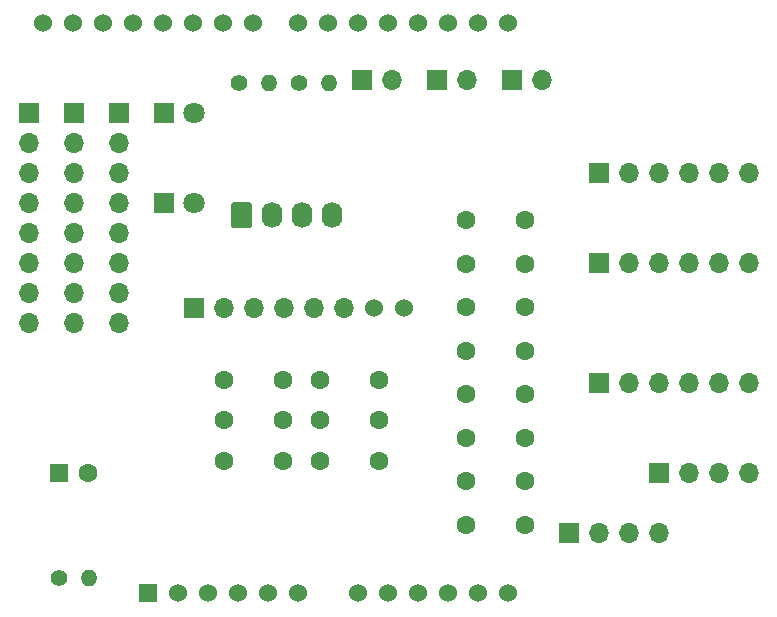
<source format=gbr>
G04 #@! TF.GenerationSoftware,KiCad,Pcbnew,(5.1.5-0-10_14)*
G04 #@! TF.CreationDate,2020-06-21T14:17:04+10:00*
G04 #@! TF.ProjectId,Arduino_NW_Template,41726475-696e-46f5-9f4e-575f54656d70,rev?*
G04 #@! TF.SameCoordinates,Original*
G04 #@! TF.FileFunction,Soldermask,Top*
G04 #@! TF.FilePolarity,Negative*
%FSLAX46Y46*%
G04 Gerber Fmt 4.6, Leading zero omitted, Abs format (unit mm)*
G04 Created by KiCad (PCBNEW (5.1.5-0-10_14)) date 2020-06-21 14:17:04*
%MOMM*%
%LPD*%
G04 APERTURE LIST*
%ADD10O,1.740000X2.200000*%
%ADD11C,0.100000*%
%ADD12C,1.400000*%
%ADD13O,1.400000X1.400000*%
%ADD14R,1.700000X1.700000*%
%ADD15O,1.700000X1.700000*%
%ADD16C,1.524000*%
%ADD17C,1.800000*%
%ADD18R,1.800000X1.800000*%
%ADD19C,1.600000*%
%ADD20R,1.600000X1.600000*%
%ADD21R,1.524000X1.524000*%
G04 APERTURE END LIST*
D10*
X126604000Y-82042000D03*
X124064000Y-82042000D03*
X121524000Y-82042000D03*
D11*
G36*
X119628505Y-80943204D02*
G01*
X119652773Y-80946804D01*
X119676572Y-80952765D01*
X119699671Y-80961030D01*
X119721850Y-80971520D01*
X119742893Y-80984132D01*
X119762599Y-80998747D01*
X119780777Y-81015223D01*
X119797253Y-81033401D01*
X119811868Y-81053107D01*
X119824480Y-81074150D01*
X119834970Y-81096329D01*
X119843235Y-81119428D01*
X119849196Y-81143227D01*
X119852796Y-81167495D01*
X119854000Y-81191999D01*
X119854000Y-82892001D01*
X119852796Y-82916505D01*
X119849196Y-82940773D01*
X119843235Y-82964572D01*
X119834970Y-82987671D01*
X119824480Y-83009850D01*
X119811868Y-83030893D01*
X119797253Y-83050599D01*
X119780777Y-83068777D01*
X119762599Y-83085253D01*
X119742893Y-83099868D01*
X119721850Y-83112480D01*
X119699671Y-83122970D01*
X119676572Y-83131235D01*
X119652773Y-83137196D01*
X119628505Y-83140796D01*
X119604001Y-83142000D01*
X118363999Y-83142000D01*
X118339495Y-83140796D01*
X118315227Y-83137196D01*
X118291428Y-83131235D01*
X118268329Y-83122970D01*
X118246150Y-83112480D01*
X118225107Y-83099868D01*
X118205401Y-83085253D01*
X118187223Y-83068777D01*
X118170747Y-83050599D01*
X118156132Y-83030893D01*
X118143520Y-83009850D01*
X118133030Y-82987671D01*
X118124765Y-82964572D01*
X118118804Y-82940773D01*
X118115204Y-82916505D01*
X118114000Y-82892001D01*
X118114000Y-81191999D01*
X118115204Y-81167495D01*
X118118804Y-81143227D01*
X118124765Y-81119428D01*
X118133030Y-81096329D01*
X118143520Y-81074150D01*
X118156132Y-81053107D01*
X118170747Y-81033401D01*
X118187223Y-81015223D01*
X118205401Y-80998747D01*
X118225107Y-80984132D01*
X118246150Y-80971520D01*
X118268329Y-80961030D01*
X118291428Y-80952765D01*
X118315227Y-80946804D01*
X118339495Y-80943204D01*
X118363999Y-80942000D01*
X119604001Y-80942000D01*
X119628505Y-80943204D01*
G37*
D12*
X123810000Y-70866000D03*
D13*
X126350000Y-70866000D03*
D12*
X118730000Y-70866000D03*
D13*
X121270000Y-70866000D03*
D14*
X149210000Y-96266000D03*
D15*
X151750000Y-96266000D03*
X154290000Y-96266000D03*
X156830000Y-96266000D03*
X159370000Y-96266000D03*
X161910000Y-96266000D03*
D14*
X149210000Y-86106000D03*
D15*
X151750000Y-86106000D03*
X154290000Y-86106000D03*
X156830000Y-86106000D03*
X159370000Y-86106000D03*
X161910000Y-86106000D03*
X161910000Y-103886000D03*
X159370000Y-103886000D03*
X156830000Y-103886000D03*
D14*
X154290000Y-103886000D03*
D16*
X132700000Y-89916000D03*
X130160000Y-89916000D03*
D14*
X114920000Y-89916000D03*
D15*
X117460000Y-89916000D03*
X120000000Y-89916000D03*
X122540000Y-89916000D03*
X125080000Y-89916000D03*
X127620000Y-89916000D03*
X154290000Y-108966000D03*
X151750000Y-108966000D03*
X149210000Y-108966000D03*
D14*
X146670000Y-108966000D03*
D15*
X108570000Y-91186000D03*
X108570000Y-88646000D03*
X108570000Y-86106000D03*
X108570000Y-83566000D03*
X108570000Y-81026000D03*
X108570000Y-78486000D03*
X108570000Y-75946000D03*
D14*
X108570000Y-73406000D03*
D15*
X104760000Y-91186000D03*
X104760000Y-88646000D03*
X104760000Y-86106000D03*
X104760000Y-83566000D03*
X104760000Y-81026000D03*
X104760000Y-78486000D03*
X104760000Y-75946000D03*
D14*
X104760000Y-73406000D03*
D15*
X100950000Y-91186000D03*
X100950000Y-88646000D03*
X100950000Y-86106000D03*
X100950000Y-83566000D03*
X100950000Y-81026000D03*
X100950000Y-78486000D03*
X100950000Y-75946000D03*
D14*
X100950000Y-73406000D03*
D15*
X138034000Y-70612000D03*
D14*
X135494000Y-70612000D03*
D15*
X131684000Y-70612000D03*
D14*
X129144000Y-70612000D03*
D15*
X144384000Y-70612000D03*
D14*
X141844000Y-70612000D03*
D17*
X114920000Y-81026000D03*
D18*
X112380000Y-81026000D03*
D17*
X114920000Y-73406000D03*
D18*
X112380000Y-73406000D03*
D19*
X143020000Y-97188900D03*
X138020000Y-97188900D03*
X143020000Y-108246000D03*
X138020000Y-108246000D03*
X143020000Y-104560000D03*
X138020000Y-104560000D03*
X143020000Y-93503100D03*
X138020000Y-93503100D03*
X143020000Y-89817400D03*
X138020000Y-89817400D03*
X143020000Y-86131700D03*
X138020000Y-86131700D03*
X143020000Y-100875000D03*
X138020000Y-100875000D03*
X143020000Y-82446000D03*
X138020000Y-82446000D03*
X130610000Y-102856000D03*
X125610000Y-102856000D03*
X130610000Y-99406000D03*
X125610000Y-99406000D03*
X130610000Y-95956000D03*
X125610000Y-95956000D03*
X122460000Y-102856000D03*
X117460000Y-102856000D03*
X122460000Y-99406000D03*
X117460000Y-99406000D03*
X122460000Y-95956000D03*
X117460000Y-95956000D03*
D14*
X149210000Y-78486000D03*
D15*
X151750000Y-78486000D03*
X154290000Y-78486000D03*
X156830000Y-78486000D03*
X159370000Y-78486000D03*
X161910000Y-78486000D03*
D12*
X103490000Y-112776000D03*
D13*
X106030000Y-112776000D03*
D20*
X103490000Y-103886000D03*
D19*
X105990000Y-103886000D03*
D16*
X102177000Y-65782000D03*
X104717000Y-65782000D03*
X107257000Y-65782000D03*
X109797000Y-65782000D03*
X112337000Y-65782000D03*
X114877000Y-65782000D03*
X117417000Y-65782000D03*
X119957000Y-65782000D03*
X123767000Y-65782000D03*
X126307000Y-65782000D03*
X128847000Y-65782000D03*
X131387000Y-65782000D03*
X133927000Y-65782000D03*
X136467000Y-65782000D03*
X139007000Y-65782000D03*
X141547000Y-65782000D03*
X141547000Y-114042000D03*
X139007000Y-114042000D03*
X136467000Y-114042000D03*
X133927000Y-114042000D03*
X131387000Y-114042000D03*
X128847000Y-114042000D03*
X123767000Y-114042000D03*
X121227000Y-114042000D03*
X118687000Y-114042000D03*
X116147000Y-114042000D03*
X113607000Y-114042000D03*
D21*
X111067000Y-114042000D03*
M02*

</source>
